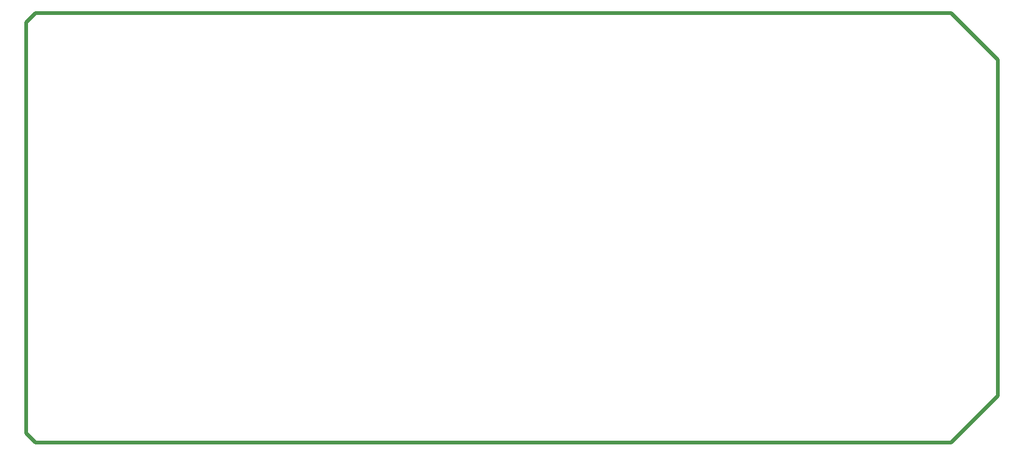
<source format=gko>
G04*
G04 #@! TF.GenerationSoftware,Altium Limited,Altium Designer,21.0.9 (235)*
G04*
G04 Layer_Color=16711935*
%FSLAX25Y25*%
%MOIN*%
G70*
G04*
G04 #@! TF.SameCoordinates,D904D71F-FCC1-446E-B92D-41826D6CEC25*
G04*
G04*
G04 #@! TF.FilePolarity,Positive*
G04*
G01*
G75*
%ADD26C,0.02000*%
D26*
X100000Y325000D02*
X105000Y330000D01*
X595000D02*
X620000Y305000D01*
X105000Y330000D02*
X595000D01*
X620000Y125000D02*
X620000Y305000D01*
X595000Y100000D02*
X620000Y125000D01*
X105000Y100000D02*
X595000Y100000D01*
X100000Y105000D02*
X105000Y100000D01*
X100000Y325000D02*
X100000Y105000D01*
M02*

</source>
